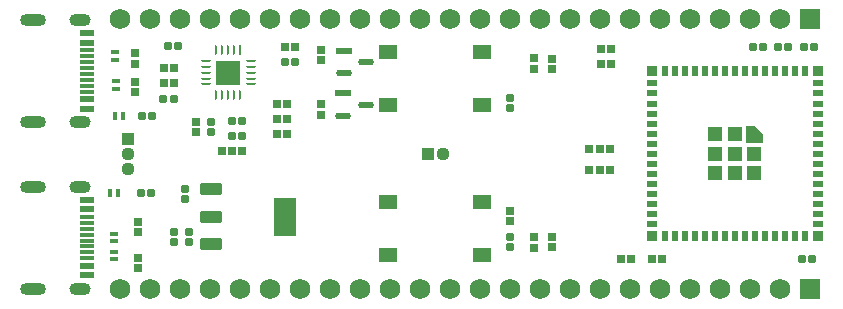
<source format=gts>
G04*
G04 #@! TF.GenerationSoftware,Altium Limited,Altium Designer,25.4.2 (15)*
G04*
G04 Layer_Color=8388736*
%FSLAX25Y25*%
%MOIN*%
G70*
G04*
G04 #@! TF.SameCoordinates,6D7273DC-0862-4ADB-9A81-04C38C25D803*
G04*
G04*
G04 #@! TF.FilePolarity,Negative*
G04*
G01*
G75*
%ADD22R,0.06102X0.05118*%
%ADD23R,0.05343X0.02253*%
G04:AMPARAMS|DCode=24|XSize=53.43mil|YSize=22.53mil|CornerRadius=11.26mil|HoleSize=0mil|Usage=FLASHONLY|Rotation=0.000|XOffset=0mil|YOffset=0mil|HoleType=Round|Shape=RoundedRectangle|*
%AMROUNDEDRECTD24*
21,1,0.05343,0.00000,0,0,0.0*
21,1,0.03091,0.02253,0,0,0.0*
1,1,0.02253,0.01545,0.00000*
1,1,0.02253,-0.01545,0.00000*
1,1,0.02253,-0.01545,0.00000*
1,1,0.02253,0.01545,0.00000*
%
%ADD24ROUNDEDRECTD24*%
G04:AMPARAMS|DCode=29|XSize=33.06mil|YSize=9.55mil|CornerRadius=4.77mil|HoleSize=0mil|Usage=FLASHONLY|Rotation=270.000|XOffset=0mil|YOffset=0mil|HoleType=Round|Shape=RoundedRectangle|*
%AMROUNDEDRECTD29*
21,1,0.03306,0.00000,0,0,270.0*
21,1,0.02351,0.00955,0,0,270.0*
1,1,0.00955,0.00000,-0.01176*
1,1,0.00955,0.00000,0.01176*
1,1,0.00955,0.00000,0.01176*
1,1,0.00955,0.00000,-0.01176*
%
%ADD29ROUNDEDRECTD29*%
%ADD30R,0.04528X0.02362*%
%ADD34R,0.04528X0.01181*%
%ADD35R,0.00955X0.03306*%
G04:AMPARAMS|DCode=36|XSize=9.55mil|YSize=33.06mil|CornerRadius=4.77mil|HoleSize=0mil|Usage=FLASHONLY|Rotation=270.000|XOffset=0mil|YOffset=0mil|HoleType=Round|Shape=RoundedRectangle|*
%AMROUNDEDRECTD36*
21,1,0.00955,0.02351,0,0,270.0*
21,1,0.00000,0.03306,0,0,270.0*
1,1,0.00955,-0.01176,0.00000*
1,1,0.00955,-0.01176,0.00000*
1,1,0.00955,0.01176,0.00000*
1,1,0.00955,0.01176,0.00000*
%
%ADD36ROUNDEDRECTD36*%
%ADD37R,0.02762X0.02526*%
G04:AMPARAMS|DCode=38|XSize=27.62mil|YSize=25.26mil|CornerRadius=7.63mil|HoleSize=0mil|Usage=FLASHONLY|Rotation=180.000|XOffset=0mil|YOffset=0mil|HoleType=Round|Shape=RoundedRectangle|*
%AMROUNDEDRECTD38*
21,1,0.02762,0.00999,0,0,180.0*
21,1,0.01235,0.02526,0,0,180.0*
1,1,0.01527,-0.00618,0.00500*
1,1,0.01527,0.00618,0.00500*
1,1,0.01527,0.00618,-0.00500*
1,1,0.01527,-0.00618,-0.00500*
%
%ADD38ROUNDEDRECTD38*%
%ADD39R,0.02762X0.01778*%
G04:AMPARAMS|DCode=40|XSize=27.62mil|YSize=25.26mil|CornerRadius=7.63mil|HoleSize=0mil|Usage=FLASHONLY|Rotation=90.000|XOffset=0mil|YOffset=0mil|HoleType=Round|Shape=RoundedRectangle|*
%AMROUNDEDRECTD40*
21,1,0.02762,0.00999,0,0,90.0*
21,1,0.01235,0.02526,0,0,90.0*
1,1,0.01527,0.00500,0.00618*
1,1,0.01527,0.00500,-0.00618*
1,1,0.01527,-0.00500,-0.00618*
1,1,0.01527,-0.00500,0.00618*
%
%ADD40ROUNDEDRECTD40*%
%ADD41R,0.02526X0.02762*%
%ADD42R,0.01778X0.02762*%
%ADD43R,0.03550X0.03550*%
%ADD44R,0.03550X0.01975*%
%ADD45R,0.01975X0.03550*%
%ADD46R,0.05124X0.05124*%
%ADD47R,0.08071X0.08071*%
%ADD48R,0.03156X0.02762*%
G04:AMPARAMS|DCode=49|XSize=129.98mil|YSize=72.9mil|CornerRadius=4.07mil|HoleSize=0mil|Usage=FLASHONLY|Rotation=90.000|XOffset=0mil|YOffset=0mil|HoleType=Round|Shape=RoundedRectangle|*
%AMROUNDEDRECTD49*
21,1,0.12998,0.06476,0,0,90.0*
21,1,0.12185,0.07290,0,0,90.0*
1,1,0.00813,0.03238,0.06093*
1,1,0.00813,0.03238,-0.06093*
1,1,0.00813,-0.03238,-0.06093*
1,1,0.00813,-0.03238,0.06093*
%
%ADD49ROUNDEDRECTD49*%
G04:AMPARAMS|DCode=50|XSize=39.43mil|YSize=72.9mil|CornerRadius=3.95mil|HoleSize=0mil|Usage=FLASHONLY|Rotation=90.000|XOffset=0mil|YOffset=0mil|HoleType=Round|Shape=RoundedRectangle|*
%AMROUNDEDRECTD50*
21,1,0.03943,0.06500,0,0,90.0*
21,1,0.03154,0.07290,0,0,90.0*
1,1,0.00790,0.03250,0.01577*
1,1,0.00790,0.03250,-0.01577*
1,1,0.00790,-0.03250,-0.01577*
1,1,0.00790,-0.03250,0.01577*
%
%ADD50ROUNDEDRECTD50*%
%ADD51C,0.06800*%
%ADD52R,0.06800X0.06800*%
G04:AMPARAMS|DCode=53|XSize=39.37mil|YSize=70.87mil|CornerRadius=19.68mil|HoleSize=0mil|Usage=FLASHONLY|Rotation=270.000|XOffset=0mil|YOffset=0mil|HoleType=Round|Shape=RoundedRectangle|*
%AMROUNDEDRECTD53*
21,1,0.03937,0.03150,0,0,270.0*
21,1,0.00000,0.07087,0,0,270.0*
1,1,0.03937,-0.01575,0.00000*
1,1,0.03937,-0.01575,0.00000*
1,1,0.03937,0.01575,0.00000*
1,1,0.03937,0.01575,0.00000*
%
%ADD53ROUNDEDRECTD53*%
G04:AMPARAMS|DCode=54|XSize=39.37mil|YSize=86.61mil|CornerRadius=19.68mil|HoleSize=0mil|Usage=FLASHONLY|Rotation=270.000|XOffset=0mil|YOffset=0mil|HoleType=Round|Shape=RoundedRectangle|*
%AMROUNDEDRECTD54*
21,1,0.03937,0.04724,0,0,270.0*
21,1,0.00000,0.08661,0,0,270.0*
1,1,0.03937,-0.02362,0.00000*
1,1,0.03937,-0.02362,0.00000*
1,1,0.03937,0.02362,0.00000*
1,1,0.03937,0.02362,0.00000*
%
%ADD54ROUNDEDRECTD54*%
%ADD55R,0.04400X0.04400*%
%ADD56C,0.04400*%
%ADD57R,0.04400X0.04400*%
G36*
X243681Y53701D02*
Y59213D01*
X246634D01*
X249193Y56653D01*
Y53701D01*
X243681D01*
D02*
G37*
D22*
X155650Y66142D02*
D03*
X124350D02*
D03*
X155650Y83858D02*
D03*
X124350D02*
D03*
X155650Y33858D02*
D03*
X124350D02*
D03*
Y16142D02*
D03*
X155650D02*
D03*
D23*
X109515Y84340D02*
D03*
X109415Y70040D02*
D03*
D24*
X109515Y76860D02*
D03*
X117000Y80600D02*
D03*
X109415Y62560D02*
D03*
X116900Y66300D02*
D03*
D29*
X71000Y84541D02*
D03*
Y69459D02*
D03*
X72969Y84541D02*
D03*
X69032D02*
D03*
X67063D02*
D03*
Y69459D02*
D03*
X69032D02*
D03*
X72969D02*
D03*
X74937D02*
D03*
D30*
X23984Y90098D02*
D03*
Y64902D02*
D03*
Y34598D02*
D03*
Y9402D02*
D03*
Y68051D02*
D03*
Y86949D02*
D03*
Y31449D02*
D03*
Y12551D02*
D03*
D34*
Y84390D02*
D03*
Y82421D02*
D03*
Y80453D02*
D03*
Y78484D02*
D03*
Y76516D02*
D03*
Y74547D02*
D03*
Y72579D02*
D03*
Y70610D02*
D03*
Y15110D02*
D03*
Y17079D02*
D03*
Y19047D02*
D03*
Y21016D02*
D03*
Y22984D02*
D03*
Y24953D02*
D03*
Y26921D02*
D03*
Y28890D02*
D03*
D35*
X74937Y84541D02*
D03*
D36*
X63459Y80937D02*
D03*
Y78969D02*
D03*
Y77000D02*
D03*
Y75032D02*
D03*
Y73063D02*
D03*
X78541D02*
D03*
Y75032D02*
D03*
Y77000D02*
D03*
Y78969D02*
D03*
Y80937D02*
D03*
D37*
X60200Y57299D02*
D03*
Y60701D02*
D03*
X40100Y70420D02*
D03*
Y73821D02*
D03*
Y83421D02*
D03*
Y80020D02*
D03*
X41100Y15200D02*
D03*
X41000Y23799D02*
D03*
X101900Y62999D02*
D03*
Y66401D02*
D03*
X101800Y84501D02*
D03*
Y81099D02*
D03*
X179000Y78299D02*
D03*
Y81701D02*
D03*
Y22201D02*
D03*
Y18799D02*
D03*
X41000Y27201D02*
D03*
X41100Y11798D02*
D03*
X165000Y31000D02*
D03*
Y27598D02*
D03*
D38*
X65200Y60693D02*
D03*
Y57307D02*
D03*
X165000Y68693D02*
D03*
Y65307D02*
D03*
Y18807D02*
D03*
X56500Y34707D02*
D03*
X57800Y23993D02*
D03*
X52800D02*
D03*
X56500Y38093D02*
D03*
X57800Y20607D02*
D03*
X52800D02*
D03*
X165000Y22193D02*
D03*
D39*
X33600Y71700D02*
D03*
Y74259D02*
D03*
X33400Y83880D02*
D03*
Y81321D02*
D03*
X33000Y23280D02*
D03*
Y14720D02*
D03*
Y17279D02*
D03*
Y20720D02*
D03*
D40*
X52793Y68100D02*
D03*
X49407D02*
D03*
X45586Y62600D02*
D03*
X42200D02*
D03*
X41807Y37000D02*
D03*
X45193D02*
D03*
X266193Y85500D02*
D03*
X257693D02*
D03*
X245807D02*
D03*
X262307Y15000D02*
D03*
X93193Y80500D02*
D03*
X50807Y86000D02*
D03*
X75693Y61000D02*
D03*
Y56000D02*
D03*
X262807Y85500D02*
D03*
X265693Y15000D02*
D03*
X72307Y56000D02*
D03*
Y61000D02*
D03*
X54193Y86000D02*
D03*
X89807Y80500D02*
D03*
X249193Y85500D02*
D03*
X254307D02*
D03*
D41*
X87299Y61500D02*
D03*
X90701D02*
D03*
X87299Y66500D02*
D03*
X90701D02*
D03*
X87299Y56500D02*
D03*
X90701D02*
D03*
X49499Y78600D02*
D03*
X52901D02*
D03*
X49499Y73600D02*
D03*
X52901D02*
D03*
X75600Y51000D02*
D03*
X72198D02*
D03*
X201799Y15000D02*
D03*
X205201D02*
D03*
X72201Y51000D02*
D03*
X68799D02*
D03*
X89799Y85500D02*
D03*
X93201D02*
D03*
X198701Y85000D02*
D03*
X195299D02*
D03*
X212299Y15000D02*
D03*
X215701D02*
D03*
X198701Y80000D02*
D03*
X195299D02*
D03*
X194801Y51400D02*
D03*
X191399D02*
D03*
X194799Y44700D02*
D03*
X191398D02*
D03*
X194799Y51400D02*
D03*
X198201D02*
D03*
X194799Y44700D02*
D03*
X198201D02*
D03*
D42*
X33321Y62700D02*
D03*
X35879D02*
D03*
X31721Y37000D02*
D03*
X34280D02*
D03*
D43*
X267500Y77520D02*
D03*
X212382D02*
D03*
X267500Y22402D02*
D03*
X212382D02*
D03*
D44*
X267500Y73386D02*
D03*
Y63346D02*
D03*
Y66693D02*
D03*
Y60000D02*
D03*
Y70039D02*
D03*
Y56653D02*
D03*
Y53307D02*
D03*
Y46614D02*
D03*
Y49961D02*
D03*
Y43268D02*
D03*
Y36575D02*
D03*
Y39921D02*
D03*
Y33228D02*
D03*
Y26535D02*
D03*
Y29882D02*
D03*
X212382Y73386D02*
D03*
Y70039D02*
D03*
Y66693D02*
D03*
Y63346D02*
D03*
Y60000D02*
D03*
Y56653D02*
D03*
Y53307D02*
D03*
Y49961D02*
D03*
Y46614D02*
D03*
Y43268D02*
D03*
Y39921D02*
D03*
Y36575D02*
D03*
Y33228D02*
D03*
Y29882D02*
D03*
Y26535D02*
D03*
D45*
X263366Y77520D02*
D03*
X260020D02*
D03*
X253327Y22402D02*
D03*
X256673D02*
D03*
Y77520D02*
D03*
X253327D02*
D03*
X249980D02*
D03*
X246634D02*
D03*
X243287D02*
D03*
X239941D02*
D03*
X236595D02*
D03*
X233248D02*
D03*
X229902D02*
D03*
X226555D02*
D03*
X223209D02*
D03*
X219862D02*
D03*
X216516D02*
D03*
Y22402D02*
D03*
X219862D02*
D03*
X223209D02*
D03*
X226555D02*
D03*
X229902D02*
D03*
X233248D02*
D03*
X236595D02*
D03*
X239941D02*
D03*
X243287D02*
D03*
X246634D02*
D03*
X249980D02*
D03*
X260020D02*
D03*
X263366D02*
D03*
D46*
X239941Y56457D02*
D03*
X233445D02*
D03*
X246437Y49961D02*
D03*
Y43465D02*
D03*
X239941D02*
D03*
Y49961D02*
D03*
X233445D02*
D03*
Y43465D02*
D03*
D47*
X71000Y77000D02*
D03*
D48*
X173000Y18630D02*
D03*
Y78130D02*
D03*
Y81870D02*
D03*
Y22370D02*
D03*
D49*
X89906Y29000D02*
D03*
D50*
X65300D02*
D03*
Y38055D02*
D03*
Y19945D02*
D03*
D51*
X255000Y95000D02*
D03*
X245000D02*
D03*
X235000D02*
D03*
X225000D02*
D03*
X215000D02*
D03*
X205000D02*
D03*
X195000D02*
D03*
X185000D02*
D03*
X175000D02*
D03*
X165000D02*
D03*
X155000D02*
D03*
X145000D02*
D03*
X135000D02*
D03*
X125000D02*
D03*
X115000D02*
D03*
X105000D02*
D03*
X95000D02*
D03*
X85000D02*
D03*
X75000D02*
D03*
X65000D02*
D03*
X55000D02*
D03*
X35000D02*
D03*
X45000D02*
D03*
X255000Y5000D02*
D03*
X35000D02*
D03*
X45000D02*
D03*
X55000D02*
D03*
X65000D02*
D03*
X75000D02*
D03*
X85000D02*
D03*
X95000D02*
D03*
X105000D02*
D03*
X115000D02*
D03*
X125000D02*
D03*
X135000D02*
D03*
X145000D02*
D03*
X155000D02*
D03*
X165000D02*
D03*
X175000D02*
D03*
X185000D02*
D03*
X195000D02*
D03*
X205000D02*
D03*
X215000D02*
D03*
X225000D02*
D03*
X235000D02*
D03*
X245000D02*
D03*
D52*
X265000Y95000D02*
D03*
Y5000D02*
D03*
D53*
X21721Y94508D02*
D03*
Y39008D02*
D03*
Y60492D02*
D03*
Y4992D02*
D03*
D54*
X5972Y94508D02*
D03*
Y60492D02*
D03*
Y39008D02*
D03*
Y4992D02*
D03*
D55*
X37500Y55000D02*
D03*
D56*
X142500Y50000D02*
D03*
X37500D02*
D03*
Y45000D02*
D03*
D57*
X137500Y50000D02*
D03*
M02*

</source>
